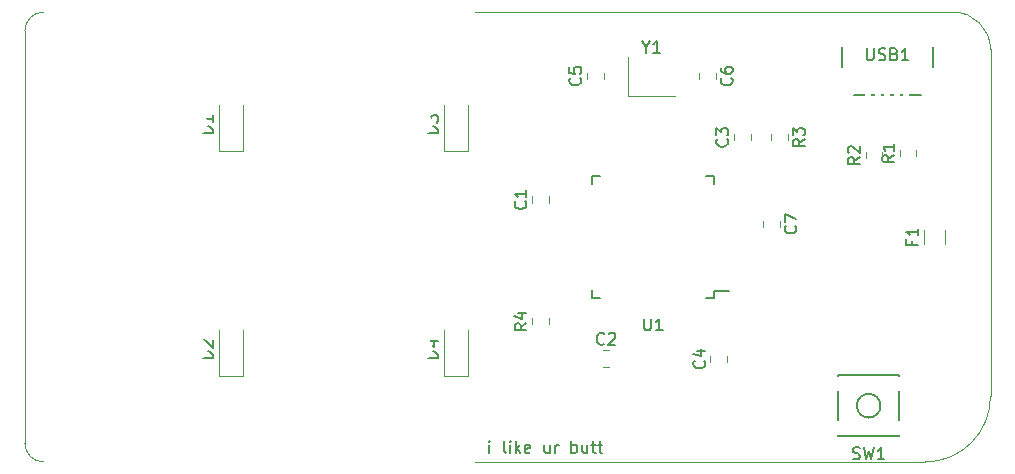
<source format=gto>
G04 #@! TF.GenerationSoftware,KiCad,Pcbnew,(5.1.4)-1*
G04 #@! TF.CreationDate,2022-05-24T18:09:22-07:00*
G04 #@! TF.ProjectId,pcb-keyb-tut,7063622d-6b65-4796-922d-7475742e6b69,rev?*
G04 #@! TF.SameCoordinates,Original*
G04 #@! TF.FileFunction,Legend,Top*
G04 #@! TF.FilePolarity,Positive*
%FSLAX46Y46*%
G04 Gerber Fmt 4.6, Leading zero omitted, Abs format (unit mm)*
G04 Created by KiCad (PCBNEW (5.1.4)-1) date 2022-05-24 18:09:22*
%MOMM*%
%LPD*%
G04 APERTURE LIST*
%ADD10C,0.150000*%
%ADD11C,0.120000*%
%ADD12R,1.502000X1.302000*%
%ADD13C,4.089800*%
%ADD14C,1.852000*%
%ADD15R,1.302000X1.002000*%
%ADD16R,0.602000X2.352000*%
%ADD17O,1.802000X2.802000*%
%ADD18R,1.602000X0.652000*%
%ADD19R,0.652000X1.602000*%
%ADD20R,1.902000X1.202000*%
%ADD21C,0.100000*%
%ADD22C,1.077000*%
%ADD23C,1.352000*%
G04 APERTURE END LIST*
D10*
X97266714Y-150820380D02*
X97266714Y-150153714D01*
X97266714Y-149820380D02*
X97219095Y-149868000D01*
X97266714Y-149915619D01*
X97314333Y-149868000D01*
X97266714Y-149820380D01*
X97266714Y-149915619D01*
X98647666Y-150820380D02*
X98552428Y-150772761D01*
X98504809Y-150677523D01*
X98504809Y-149820380D01*
X99028619Y-150820380D02*
X99028619Y-150153714D01*
X99028619Y-149820380D02*
X98981000Y-149868000D01*
X99028619Y-149915619D01*
X99076238Y-149868000D01*
X99028619Y-149820380D01*
X99028619Y-149915619D01*
X99504809Y-150820380D02*
X99504809Y-149820380D01*
X99600047Y-150439428D02*
X99885761Y-150820380D01*
X99885761Y-150153714D02*
X99504809Y-150534666D01*
X100695285Y-150772761D02*
X100600047Y-150820380D01*
X100409571Y-150820380D01*
X100314333Y-150772761D01*
X100266714Y-150677523D01*
X100266714Y-150296571D01*
X100314333Y-150201333D01*
X100409571Y-150153714D01*
X100600047Y-150153714D01*
X100695285Y-150201333D01*
X100742904Y-150296571D01*
X100742904Y-150391809D01*
X100266714Y-150487047D01*
X102361952Y-150153714D02*
X102361952Y-150820380D01*
X101933380Y-150153714D02*
X101933380Y-150677523D01*
X101981000Y-150772761D01*
X102076238Y-150820380D01*
X102219095Y-150820380D01*
X102314333Y-150772761D01*
X102361952Y-150725142D01*
X102838142Y-150820380D02*
X102838142Y-150153714D01*
X102838142Y-150344190D02*
X102885761Y-150248952D01*
X102933380Y-150201333D01*
X103028619Y-150153714D01*
X103123857Y-150153714D01*
X104219095Y-150820380D02*
X104219095Y-149820380D01*
X104219095Y-150201333D02*
X104314333Y-150153714D01*
X104504809Y-150153714D01*
X104600047Y-150201333D01*
X104647666Y-150248952D01*
X104695285Y-150344190D01*
X104695285Y-150629904D01*
X104647666Y-150725142D01*
X104600047Y-150772761D01*
X104504809Y-150820380D01*
X104314333Y-150820380D01*
X104219095Y-150772761D01*
X105552428Y-150153714D02*
X105552428Y-150820380D01*
X105123857Y-150153714D02*
X105123857Y-150677523D01*
X105171476Y-150772761D01*
X105266714Y-150820380D01*
X105409571Y-150820380D01*
X105504809Y-150772761D01*
X105552428Y-150725142D01*
X105885761Y-150153714D02*
X106266714Y-150153714D01*
X106028619Y-149820380D02*
X106028619Y-150677523D01*
X106076238Y-150772761D01*
X106171476Y-150820380D01*
X106266714Y-150820380D01*
X106457190Y-150153714D02*
X106838142Y-150153714D01*
X106600047Y-149820380D02*
X106600047Y-150677523D01*
X106647666Y-150772761D01*
X106742904Y-150820380D01*
X106838142Y-150820380D01*
D11*
X139700000Y-116681250D02*
X139700000Y-146050000D01*
X139700000Y-146050000D02*
G75*
G02X134143750Y-151606250I-5556250J0D01*
G01*
X96043750Y-151606250D02*
X134143750Y-151606250D01*
X135731250Y-113506250D02*
X136525000Y-113506250D01*
X136525000Y-113506250D02*
G75*
G02X139700000Y-116681250I0J-3175000D01*
G01*
X96043750Y-113506250D02*
X135731250Y-113506250D01*
X57943750Y-115093750D02*
X57943750Y-150018750D01*
X57943750Y-115093750D02*
G75*
G02X59531250Y-113506250I1587500J0D01*
G01*
X59531250Y-151606250D02*
G75*
G02X57943750Y-150018750I0J1587500D01*
G01*
X108998000Y-117285500D02*
X108998000Y-120585500D01*
X108998000Y-120585500D02*
X112998000Y-120585500D01*
X93456250Y-144331250D02*
X93456250Y-140431250D01*
X95456250Y-144331250D02*
X95456250Y-140431250D01*
X93456250Y-144331250D02*
X95456250Y-144331250D01*
X93456250Y-125281250D02*
X93456250Y-121381250D01*
X95456250Y-125281250D02*
X95456250Y-121381250D01*
X93456250Y-125281250D02*
X95456250Y-125281250D01*
X74406250Y-144331250D02*
X74406250Y-140431250D01*
X76406250Y-144331250D02*
X76406250Y-140431250D01*
X74406250Y-144331250D02*
X76406250Y-144331250D01*
X74406250Y-125281250D02*
X74406250Y-121381250D01*
X76406250Y-125281250D02*
X76406250Y-121381250D01*
X74406250Y-125281250D02*
X76406250Y-125281250D01*
D10*
X134818750Y-120543750D02*
X127118750Y-120543750D01*
X127118750Y-115093750D02*
X127118750Y-120543750D01*
X134818750Y-115093750D02*
X134818750Y-120543750D01*
X116300000Y-137731250D02*
X116300000Y-137156250D01*
X105950000Y-137731250D02*
X105950000Y-137056250D01*
X105950000Y-127381250D02*
X105950000Y-128056250D01*
X116300000Y-127381250D02*
X116300000Y-128056250D01*
X116300000Y-137731250D02*
X115625000Y-137731250D01*
X116300000Y-127381250D02*
X115625000Y-127381250D01*
X105950000Y-127381250D02*
X106625000Y-127381250D01*
X105950000Y-137731250D02*
X106625000Y-137731250D01*
X116300000Y-137156250D02*
X117575000Y-137156250D01*
X130381250Y-146843750D02*
G75*
G03X130381250Y-146843750I-1000000J0D01*
G01*
X126781250Y-149443750D02*
X126781250Y-144243750D01*
X131981250Y-149443750D02*
X126781250Y-149443750D01*
X131981250Y-144243750D02*
X131981250Y-149443750D01*
X126781250Y-144243750D02*
X131981250Y-144243750D01*
D11*
X102310000Y-139958578D02*
X102310000Y-139441422D01*
X100890000Y-139958578D02*
X100890000Y-139441422D01*
X121146500Y-123852172D02*
X121146500Y-124369328D01*
X122566500Y-123852172D02*
X122566500Y-124369328D01*
X130535750Y-125893328D02*
X130535750Y-125376172D01*
X129115750Y-125893328D02*
X129115750Y-125376172D01*
X133425000Y-125734578D02*
X133425000Y-125217422D01*
X132005000Y-125734578D02*
X132005000Y-125217422D01*
X135847500Y-133158314D02*
X135847500Y-131954186D01*
X134027500Y-133158314D02*
X134027500Y-131954186D01*
X120448000Y-131186422D02*
X120448000Y-131703578D01*
X121868000Y-131186422D02*
X121868000Y-131703578D01*
X116470500Y-118676922D02*
X116470500Y-119194078D01*
X115050500Y-118676922D02*
X115050500Y-119194078D01*
X105525500Y-119194078D02*
X105525500Y-118676922D01*
X106945500Y-119194078D02*
X106945500Y-118676922D01*
X115971250Y-142616422D02*
X115971250Y-143133578D01*
X117391250Y-142616422D02*
X117391250Y-143133578D01*
X119391500Y-124369328D02*
X119391500Y-123852172D01*
X117971500Y-124369328D02*
X117971500Y-123852172D01*
X106897672Y-143585000D02*
X107414828Y-143585000D01*
X106897672Y-142165000D02*
X107414828Y-142165000D01*
X102310000Y-129639828D02*
X102310000Y-129122672D01*
X100890000Y-129639828D02*
X100890000Y-129122672D01*
D10*
X110521809Y-116461690D02*
X110521809Y-116937880D01*
X110188476Y-115937880D02*
X110521809Y-116461690D01*
X110855142Y-115937880D01*
X111712285Y-116937880D02*
X111140857Y-116937880D01*
X111426571Y-116937880D02*
X111426571Y-115937880D01*
X111331333Y-116080738D01*
X111236095Y-116175976D01*
X111140857Y-116223595D01*
X92908630Y-142819345D02*
X91908630Y-142819345D01*
X91908630Y-142581250D01*
X91956250Y-142438392D01*
X92051488Y-142343154D01*
X92146726Y-142295535D01*
X92337202Y-142247916D01*
X92480059Y-142247916D01*
X92670535Y-142295535D01*
X92765773Y-142343154D01*
X92861011Y-142438392D01*
X92908630Y-142581250D01*
X92908630Y-142819345D01*
X92241964Y-141390773D02*
X92908630Y-141390773D01*
X91861011Y-141628869D02*
X92575297Y-141866964D01*
X92575297Y-141247916D01*
X92908630Y-123769345D02*
X91908630Y-123769345D01*
X91908630Y-123531250D01*
X91956250Y-123388392D01*
X92051488Y-123293154D01*
X92146726Y-123245535D01*
X92337202Y-123197916D01*
X92480059Y-123197916D01*
X92670535Y-123245535D01*
X92765773Y-123293154D01*
X92861011Y-123388392D01*
X92908630Y-123531250D01*
X92908630Y-123769345D01*
X91908630Y-122864583D02*
X91908630Y-122245535D01*
X92289583Y-122578869D01*
X92289583Y-122436011D01*
X92337202Y-122340773D01*
X92384821Y-122293154D01*
X92480059Y-122245535D01*
X92718154Y-122245535D01*
X92813392Y-122293154D01*
X92861011Y-122340773D01*
X92908630Y-122436011D01*
X92908630Y-122721726D01*
X92861011Y-122816964D01*
X92813392Y-122864583D01*
X73858630Y-142819345D02*
X72858630Y-142819345D01*
X72858630Y-142581250D01*
X72906250Y-142438392D01*
X73001488Y-142343154D01*
X73096726Y-142295535D01*
X73287202Y-142247916D01*
X73430059Y-142247916D01*
X73620535Y-142295535D01*
X73715773Y-142343154D01*
X73811011Y-142438392D01*
X73858630Y-142581250D01*
X73858630Y-142819345D01*
X72953869Y-141866964D02*
X72906250Y-141819345D01*
X72858630Y-141724107D01*
X72858630Y-141486011D01*
X72906250Y-141390773D01*
X72953869Y-141343154D01*
X73049107Y-141295535D01*
X73144345Y-141295535D01*
X73287202Y-141343154D01*
X73858630Y-141914583D01*
X73858630Y-141295535D01*
X73858630Y-123769345D02*
X72858630Y-123769345D01*
X72858630Y-123531250D01*
X72906250Y-123388392D01*
X73001488Y-123293154D01*
X73096726Y-123245535D01*
X73287202Y-123197916D01*
X73430059Y-123197916D01*
X73620535Y-123245535D01*
X73715773Y-123293154D01*
X73811011Y-123388392D01*
X73858630Y-123531250D01*
X73858630Y-123769345D01*
X73858630Y-122245535D02*
X73858630Y-122816964D01*
X73858630Y-122531250D02*
X72858630Y-122531250D01*
X73001488Y-122626488D01*
X73096726Y-122721726D01*
X73144345Y-122816964D01*
X129230654Y-116578130D02*
X129230654Y-117387654D01*
X129278273Y-117482892D01*
X129325892Y-117530511D01*
X129421130Y-117578130D01*
X129611607Y-117578130D01*
X129706845Y-117530511D01*
X129754464Y-117482892D01*
X129802083Y-117387654D01*
X129802083Y-116578130D01*
X130230654Y-117530511D02*
X130373511Y-117578130D01*
X130611607Y-117578130D01*
X130706845Y-117530511D01*
X130754464Y-117482892D01*
X130802083Y-117387654D01*
X130802083Y-117292416D01*
X130754464Y-117197178D01*
X130706845Y-117149559D01*
X130611607Y-117101940D01*
X130421130Y-117054321D01*
X130325892Y-117006702D01*
X130278273Y-116959083D01*
X130230654Y-116863845D01*
X130230654Y-116768607D01*
X130278273Y-116673369D01*
X130325892Y-116625750D01*
X130421130Y-116578130D01*
X130659226Y-116578130D01*
X130802083Y-116625750D01*
X131563988Y-117054321D02*
X131706845Y-117101940D01*
X131754464Y-117149559D01*
X131802083Y-117244797D01*
X131802083Y-117387654D01*
X131754464Y-117482892D01*
X131706845Y-117530511D01*
X131611607Y-117578130D01*
X131230654Y-117578130D01*
X131230654Y-116578130D01*
X131563988Y-116578130D01*
X131659226Y-116625750D01*
X131706845Y-116673369D01*
X131754464Y-116768607D01*
X131754464Y-116863845D01*
X131706845Y-116959083D01*
X131659226Y-117006702D01*
X131563988Y-117054321D01*
X131230654Y-117054321D01*
X132754464Y-117578130D02*
X132183035Y-117578130D01*
X132468750Y-117578130D02*
X132468750Y-116578130D01*
X132373511Y-116720988D01*
X132278273Y-116816226D01*
X132183035Y-116863845D01*
X110363095Y-139458630D02*
X110363095Y-140268154D01*
X110410714Y-140363392D01*
X110458333Y-140411011D01*
X110553571Y-140458630D01*
X110744047Y-140458630D01*
X110839285Y-140411011D01*
X110886904Y-140363392D01*
X110934523Y-140268154D01*
X110934523Y-139458630D01*
X111934523Y-140458630D02*
X111363095Y-140458630D01*
X111648809Y-140458630D02*
X111648809Y-139458630D01*
X111553571Y-139601488D01*
X111458333Y-139696726D01*
X111363095Y-139744345D01*
X128047916Y-151312511D02*
X128190773Y-151360130D01*
X128428869Y-151360130D01*
X128524107Y-151312511D01*
X128571726Y-151264892D01*
X128619345Y-151169654D01*
X128619345Y-151074416D01*
X128571726Y-150979178D01*
X128524107Y-150931559D01*
X128428869Y-150883940D01*
X128238392Y-150836321D01*
X128143154Y-150788702D01*
X128095535Y-150741083D01*
X128047916Y-150645845D01*
X128047916Y-150550607D01*
X128095535Y-150455369D01*
X128143154Y-150407750D01*
X128238392Y-150360130D01*
X128476488Y-150360130D01*
X128619345Y-150407750D01*
X128952678Y-150360130D02*
X129190773Y-151360130D01*
X129381250Y-150645845D01*
X129571726Y-151360130D01*
X129809821Y-150360130D01*
X130714583Y-151360130D02*
X130143154Y-151360130D01*
X130428869Y-151360130D02*
X130428869Y-150360130D01*
X130333630Y-150502988D01*
X130238392Y-150598226D01*
X130143154Y-150645845D01*
X100402380Y-139866666D02*
X99926190Y-140200000D01*
X100402380Y-140438095D02*
X99402380Y-140438095D01*
X99402380Y-140057142D01*
X99450000Y-139961904D01*
X99497619Y-139914285D01*
X99592857Y-139866666D01*
X99735714Y-139866666D01*
X99830952Y-139914285D01*
X99878571Y-139961904D01*
X99926190Y-140057142D01*
X99926190Y-140438095D01*
X99735714Y-139009523D02*
X100402380Y-139009523D01*
X99354761Y-139247619D02*
X100069047Y-139485714D01*
X100069047Y-138866666D01*
X123958880Y-124277416D02*
X123482690Y-124610750D01*
X123958880Y-124848845D02*
X122958880Y-124848845D01*
X122958880Y-124467892D01*
X123006500Y-124372654D01*
X123054119Y-124325035D01*
X123149357Y-124277416D01*
X123292214Y-124277416D01*
X123387452Y-124325035D01*
X123435071Y-124372654D01*
X123482690Y-124467892D01*
X123482690Y-124848845D01*
X122958880Y-123944083D02*
X122958880Y-123325035D01*
X123339833Y-123658369D01*
X123339833Y-123515511D01*
X123387452Y-123420273D01*
X123435071Y-123372654D01*
X123530309Y-123325035D01*
X123768404Y-123325035D01*
X123863642Y-123372654D01*
X123911261Y-123420273D01*
X123958880Y-123515511D01*
X123958880Y-123801226D01*
X123911261Y-123896464D01*
X123863642Y-123944083D01*
X128628130Y-125801416D02*
X128151940Y-126134750D01*
X128628130Y-126372845D02*
X127628130Y-126372845D01*
X127628130Y-125991892D01*
X127675750Y-125896654D01*
X127723369Y-125849035D01*
X127818607Y-125801416D01*
X127961464Y-125801416D01*
X128056702Y-125849035D01*
X128104321Y-125896654D01*
X128151940Y-125991892D01*
X128151940Y-126372845D01*
X127723369Y-125420464D02*
X127675750Y-125372845D01*
X127628130Y-125277607D01*
X127628130Y-125039511D01*
X127675750Y-124944273D01*
X127723369Y-124896654D01*
X127818607Y-124849035D01*
X127913845Y-124849035D01*
X128056702Y-124896654D01*
X128628130Y-125468083D01*
X128628130Y-124849035D01*
X131517380Y-125642666D02*
X131041190Y-125976000D01*
X131517380Y-126214095D02*
X130517380Y-126214095D01*
X130517380Y-125833142D01*
X130565000Y-125737904D01*
X130612619Y-125690285D01*
X130707857Y-125642666D01*
X130850714Y-125642666D01*
X130945952Y-125690285D01*
X130993571Y-125737904D01*
X131041190Y-125833142D01*
X131041190Y-126214095D01*
X131517380Y-124690285D02*
X131517380Y-125261714D01*
X131517380Y-124976000D02*
X130517380Y-124976000D01*
X130660238Y-125071238D01*
X130755476Y-125166476D01*
X130803095Y-125261714D01*
X133046071Y-132889583D02*
X133046071Y-133222916D01*
X133569880Y-133222916D02*
X132569880Y-133222916D01*
X132569880Y-132746726D01*
X133569880Y-131841964D02*
X133569880Y-132413392D01*
X133569880Y-132127678D02*
X132569880Y-132127678D01*
X132712738Y-132222916D01*
X132807976Y-132318154D01*
X132855595Y-132413392D01*
X123165142Y-131611666D02*
X123212761Y-131659285D01*
X123260380Y-131802142D01*
X123260380Y-131897380D01*
X123212761Y-132040238D01*
X123117523Y-132135476D01*
X123022285Y-132183095D01*
X122831809Y-132230714D01*
X122688952Y-132230714D01*
X122498476Y-132183095D01*
X122403238Y-132135476D01*
X122308000Y-132040238D01*
X122260380Y-131897380D01*
X122260380Y-131802142D01*
X122308000Y-131659285D01*
X122355619Y-131611666D01*
X122260380Y-131278333D02*
X122260380Y-130611666D01*
X123260380Y-131040238D01*
X117767642Y-119102166D02*
X117815261Y-119149785D01*
X117862880Y-119292642D01*
X117862880Y-119387880D01*
X117815261Y-119530738D01*
X117720023Y-119625976D01*
X117624785Y-119673595D01*
X117434309Y-119721214D01*
X117291452Y-119721214D01*
X117100976Y-119673595D01*
X117005738Y-119625976D01*
X116910500Y-119530738D01*
X116862880Y-119387880D01*
X116862880Y-119292642D01*
X116910500Y-119149785D01*
X116958119Y-119102166D01*
X116862880Y-118245023D02*
X116862880Y-118435500D01*
X116910500Y-118530738D01*
X116958119Y-118578357D01*
X117100976Y-118673595D01*
X117291452Y-118721214D01*
X117672404Y-118721214D01*
X117767642Y-118673595D01*
X117815261Y-118625976D01*
X117862880Y-118530738D01*
X117862880Y-118340261D01*
X117815261Y-118245023D01*
X117767642Y-118197404D01*
X117672404Y-118149785D01*
X117434309Y-118149785D01*
X117339071Y-118197404D01*
X117291452Y-118245023D01*
X117243833Y-118340261D01*
X117243833Y-118530738D01*
X117291452Y-118625976D01*
X117339071Y-118673595D01*
X117434309Y-118721214D01*
X104942642Y-119102166D02*
X104990261Y-119149785D01*
X105037880Y-119292642D01*
X105037880Y-119387880D01*
X104990261Y-119530738D01*
X104895023Y-119625976D01*
X104799785Y-119673595D01*
X104609309Y-119721214D01*
X104466452Y-119721214D01*
X104275976Y-119673595D01*
X104180738Y-119625976D01*
X104085500Y-119530738D01*
X104037880Y-119387880D01*
X104037880Y-119292642D01*
X104085500Y-119149785D01*
X104133119Y-119102166D01*
X104037880Y-118197404D02*
X104037880Y-118673595D01*
X104514071Y-118721214D01*
X104466452Y-118673595D01*
X104418833Y-118578357D01*
X104418833Y-118340261D01*
X104466452Y-118245023D01*
X104514071Y-118197404D01*
X104609309Y-118149785D01*
X104847404Y-118149785D01*
X104942642Y-118197404D01*
X104990261Y-118245023D01*
X105037880Y-118340261D01*
X105037880Y-118578357D01*
X104990261Y-118673595D01*
X104942642Y-118721214D01*
X115450892Y-143041666D02*
X115498511Y-143089285D01*
X115546130Y-143232142D01*
X115546130Y-143327380D01*
X115498511Y-143470238D01*
X115403273Y-143565476D01*
X115308035Y-143613095D01*
X115117559Y-143660714D01*
X114974702Y-143660714D01*
X114784226Y-143613095D01*
X114688988Y-143565476D01*
X114593750Y-143470238D01*
X114546130Y-143327380D01*
X114546130Y-143232142D01*
X114593750Y-143089285D01*
X114641369Y-143041666D01*
X114879464Y-142184523D02*
X115546130Y-142184523D01*
X114498511Y-142422619D02*
X115212797Y-142660714D01*
X115212797Y-142041666D01*
X117388642Y-124277416D02*
X117436261Y-124325035D01*
X117483880Y-124467892D01*
X117483880Y-124563130D01*
X117436261Y-124705988D01*
X117341023Y-124801226D01*
X117245785Y-124848845D01*
X117055309Y-124896464D01*
X116912452Y-124896464D01*
X116721976Y-124848845D01*
X116626738Y-124801226D01*
X116531500Y-124705988D01*
X116483880Y-124563130D01*
X116483880Y-124467892D01*
X116531500Y-124325035D01*
X116579119Y-124277416D01*
X116483880Y-123944083D02*
X116483880Y-123325035D01*
X116864833Y-123658369D01*
X116864833Y-123515511D01*
X116912452Y-123420273D01*
X116960071Y-123372654D01*
X117055309Y-123325035D01*
X117293404Y-123325035D01*
X117388642Y-123372654D01*
X117436261Y-123420273D01*
X117483880Y-123515511D01*
X117483880Y-123801226D01*
X117436261Y-123896464D01*
X117388642Y-123944083D01*
X106989583Y-141582142D02*
X106941964Y-141629761D01*
X106799107Y-141677380D01*
X106703869Y-141677380D01*
X106561011Y-141629761D01*
X106465773Y-141534523D01*
X106418154Y-141439285D01*
X106370535Y-141248809D01*
X106370535Y-141105952D01*
X106418154Y-140915476D01*
X106465773Y-140820238D01*
X106561011Y-140725000D01*
X106703869Y-140677380D01*
X106799107Y-140677380D01*
X106941964Y-140725000D01*
X106989583Y-140772619D01*
X107370535Y-140772619D02*
X107418154Y-140725000D01*
X107513392Y-140677380D01*
X107751488Y-140677380D01*
X107846726Y-140725000D01*
X107894345Y-140772619D01*
X107941964Y-140867857D01*
X107941964Y-140963095D01*
X107894345Y-141105952D01*
X107322916Y-141677380D01*
X107941964Y-141677380D01*
X100307142Y-129547916D02*
X100354761Y-129595535D01*
X100402380Y-129738392D01*
X100402380Y-129833630D01*
X100354761Y-129976488D01*
X100259523Y-130071726D01*
X100164285Y-130119345D01*
X99973809Y-130166964D01*
X99830952Y-130166964D01*
X99640476Y-130119345D01*
X99545238Y-130071726D01*
X99450000Y-129976488D01*
X99402380Y-129833630D01*
X99402380Y-129738392D01*
X99450000Y-129595535D01*
X99497619Y-129547916D01*
X100402380Y-128595535D02*
X100402380Y-129166964D01*
X100402380Y-128881250D02*
X99402380Y-128881250D01*
X99545238Y-128976488D01*
X99640476Y-129071726D01*
X99688095Y-129166964D01*
%LPC*%
D12*
X109898000Y-119785500D03*
X112098000Y-119785500D03*
X112098000Y-118085500D03*
X109898000Y-118085500D03*
D13*
X86527000Y-142041000D03*
D14*
X81447000Y-142041000D03*
X91607000Y-142041000D03*
D13*
X86518750Y-123031250D03*
D14*
X81438750Y-123031250D03*
X91598750Y-123031250D03*
D13*
X67468750Y-142081250D03*
D14*
X62388750Y-142081250D03*
X72548750Y-142081250D03*
D13*
X67468750Y-123031250D03*
D14*
X62388750Y-123031250D03*
X72548750Y-123031250D03*
D15*
X94456250Y-140431250D03*
X94456250Y-143731250D03*
X94456250Y-121381250D03*
X94456250Y-124681250D03*
X75406250Y-140431250D03*
X75406250Y-143731250D03*
X75406250Y-121381250D03*
X75406250Y-124681250D03*
D16*
X129368750Y-119593750D03*
X130168750Y-119593750D03*
X130968750Y-119593750D03*
X131768750Y-119593750D03*
X132568750Y-119593750D03*
D17*
X134618750Y-119593750D03*
X127318750Y-119593750D03*
X127318750Y-115093750D03*
X134618750Y-115093750D03*
D18*
X116825000Y-136556250D03*
X116825000Y-135756250D03*
X116825000Y-134956250D03*
X116825000Y-134156250D03*
X116825000Y-133356250D03*
X116825000Y-132556250D03*
X116825000Y-131756250D03*
X116825000Y-130956250D03*
X116825000Y-130156250D03*
X116825000Y-129356250D03*
X116825000Y-128556250D03*
D19*
X115125000Y-126856250D03*
X114325000Y-126856250D03*
X113525000Y-126856250D03*
X112725000Y-126856250D03*
X111925000Y-126856250D03*
X111125000Y-126856250D03*
X110325000Y-126856250D03*
X109525000Y-126856250D03*
X108725000Y-126856250D03*
X107925000Y-126856250D03*
X107125000Y-126856250D03*
D18*
X105425000Y-128556250D03*
X105425000Y-129356250D03*
X105425000Y-130156250D03*
X105425000Y-130956250D03*
X105425000Y-131756250D03*
X105425000Y-132556250D03*
X105425000Y-133356250D03*
X105425000Y-134156250D03*
X105425000Y-134956250D03*
X105425000Y-135756250D03*
X105425000Y-136556250D03*
D19*
X107125000Y-138256250D03*
X107925000Y-138256250D03*
X108725000Y-138256250D03*
X109525000Y-138256250D03*
X110325000Y-138256250D03*
X111125000Y-138256250D03*
X111925000Y-138256250D03*
X112725000Y-138256250D03*
X113525000Y-138256250D03*
X114325000Y-138256250D03*
X115125000Y-138256250D03*
D20*
X132481250Y-148693750D03*
X126281250Y-144993750D03*
X132481250Y-144993750D03*
X126281250Y-148693750D03*
D21*
G36*
X102108141Y-138225297D02*
G01*
X102134278Y-138229174D01*
X102159909Y-138235594D01*
X102184788Y-138244495D01*
X102208674Y-138255793D01*
X102231337Y-138269377D01*
X102252560Y-138285117D01*
X102272139Y-138302861D01*
X102289883Y-138322440D01*
X102305623Y-138343663D01*
X102319207Y-138366326D01*
X102330505Y-138390212D01*
X102339406Y-138415091D01*
X102345826Y-138440722D01*
X102349703Y-138466859D01*
X102351000Y-138493250D01*
X102351000Y-139031750D01*
X102349703Y-139058141D01*
X102345826Y-139084278D01*
X102339406Y-139109909D01*
X102330505Y-139134788D01*
X102319207Y-139158674D01*
X102305623Y-139181337D01*
X102289883Y-139202560D01*
X102272139Y-139222139D01*
X102252560Y-139239883D01*
X102231337Y-139255623D01*
X102208674Y-139269207D01*
X102184788Y-139280505D01*
X102159909Y-139289406D01*
X102134278Y-139295826D01*
X102108141Y-139299703D01*
X102081750Y-139301000D01*
X101118250Y-139301000D01*
X101091859Y-139299703D01*
X101065722Y-139295826D01*
X101040091Y-139289406D01*
X101015212Y-139280505D01*
X100991326Y-139269207D01*
X100968663Y-139255623D01*
X100947440Y-139239883D01*
X100927861Y-139222139D01*
X100910117Y-139202560D01*
X100894377Y-139181337D01*
X100880793Y-139158674D01*
X100869495Y-139134788D01*
X100860594Y-139109909D01*
X100854174Y-139084278D01*
X100850297Y-139058141D01*
X100849000Y-139031750D01*
X100849000Y-138493250D01*
X100850297Y-138466859D01*
X100854174Y-138440722D01*
X100860594Y-138415091D01*
X100869495Y-138390212D01*
X100880793Y-138366326D01*
X100894377Y-138343663D01*
X100910117Y-138322440D01*
X100927861Y-138302861D01*
X100947440Y-138285117D01*
X100968663Y-138269377D01*
X100991326Y-138255793D01*
X101015212Y-138244495D01*
X101040091Y-138235594D01*
X101065722Y-138229174D01*
X101091859Y-138225297D01*
X101118250Y-138224000D01*
X102081750Y-138224000D01*
X102108141Y-138225297D01*
X102108141Y-138225297D01*
G37*
D22*
X101600000Y-138762500D03*
D21*
G36*
X102108141Y-140100297D02*
G01*
X102134278Y-140104174D01*
X102159909Y-140110594D01*
X102184788Y-140119495D01*
X102208674Y-140130793D01*
X102231337Y-140144377D01*
X102252560Y-140160117D01*
X102272139Y-140177861D01*
X102289883Y-140197440D01*
X102305623Y-140218663D01*
X102319207Y-140241326D01*
X102330505Y-140265212D01*
X102339406Y-140290091D01*
X102345826Y-140315722D01*
X102349703Y-140341859D01*
X102351000Y-140368250D01*
X102351000Y-140906750D01*
X102349703Y-140933141D01*
X102345826Y-140959278D01*
X102339406Y-140984909D01*
X102330505Y-141009788D01*
X102319207Y-141033674D01*
X102305623Y-141056337D01*
X102289883Y-141077560D01*
X102272139Y-141097139D01*
X102252560Y-141114883D01*
X102231337Y-141130623D01*
X102208674Y-141144207D01*
X102184788Y-141155505D01*
X102159909Y-141164406D01*
X102134278Y-141170826D01*
X102108141Y-141174703D01*
X102081750Y-141176000D01*
X101118250Y-141176000D01*
X101091859Y-141174703D01*
X101065722Y-141170826D01*
X101040091Y-141164406D01*
X101015212Y-141155505D01*
X100991326Y-141144207D01*
X100968663Y-141130623D01*
X100947440Y-141114883D01*
X100927861Y-141097139D01*
X100910117Y-141077560D01*
X100894377Y-141056337D01*
X100880793Y-141033674D01*
X100869495Y-141009788D01*
X100860594Y-140984909D01*
X100854174Y-140959278D01*
X100850297Y-140933141D01*
X100849000Y-140906750D01*
X100849000Y-140368250D01*
X100850297Y-140341859D01*
X100854174Y-140315722D01*
X100860594Y-140290091D01*
X100869495Y-140265212D01*
X100880793Y-140241326D01*
X100894377Y-140218663D01*
X100910117Y-140197440D01*
X100927861Y-140177861D01*
X100947440Y-140160117D01*
X100968663Y-140144377D01*
X100991326Y-140130793D01*
X101015212Y-140119495D01*
X101040091Y-140110594D01*
X101065722Y-140104174D01*
X101091859Y-140100297D01*
X101118250Y-140099000D01*
X102081750Y-140099000D01*
X102108141Y-140100297D01*
X102108141Y-140100297D01*
G37*
D22*
X101600000Y-140637500D03*
D21*
G36*
X122364641Y-124511047D02*
G01*
X122390778Y-124514924D01*
X122416409Y-124521344D01*
X122441288Y-124530245D01*
X122465174Y-124541543D01*
X122487837Y-124555127D01*
X122509060Y-124570867D01*
X122528639Y-124588611D01*
X122546383Y-124608190D01*
X122562123Y-124629413D01*
X122575707Y-124652076D01*
X122587005Y-124675962D01*
X122595906Y-124700841D01*
X122602326Y-124726472D01*
X122606203Y-124752609D01*
X122607500Y-124779000D01*
X122607500Y-125317500D01*
X122606203Y-125343891D01*
X122602326Y-125370028D01*
X122595906Y-125395659D01*
X122587005Y-125420538D01*
X122575707Y-125444424D01*
X122562123Y-125467087D01*
X122546383Y-125488310D01*
X122528639Y-125507889D01*
X122509060Y-125525633D01*
X122487837Y-125541373D01*
X122465174Y-125554957D01*
X122441288Y-125566255D01*
X122416409Y-125575156D01*
X122390778Y-125581576D01*
X122364641Y-125585453D01*
X122338250Y-125586750D01*
X121374750Y-125586750D01*
X121348359Y-125585453D01*
X121322222Y-125581576D01*
X121296591Y-125575156D01*
X121271712Y-125566255D01*
X121247826Y-125554957D01*
X121225163Y-125541373D01*
X121203940Y-125525633D01*
X121184361Y-125507889D01*
X121166617Y-125488310D01*
X121150877Y-125467087D01*
X121137293Y-125444424D01*
X121125995Y-125420538D01*
X121117094Y-125395659D01*
X121110674Y-125370028D01*
X121106797Y-125343891D01*
X121105500Y-125317500D01*
X121105500Y-124779000D01*
X121106797Y-124752609D01*
X121110674Y-124726472D01*
X121117094Y-124700841D01*
X121125995Y-124675962D01*
X121137293Y-124652076D01*
X121150877Y-124629413D01*
X121166617Y-124608190D01*
X121184361Y-124588611D01*
X121203940Y-124570867D01*
X121225163Y-124555127D01*
X121247826Y-124541543D01*
X121271712Y-124530245D01*
X121296591Y-124521344D01*
X121322222Y-124514924D01*
X121348359Y-124511047D01*
X121374750Y-124509750D01*
X122338250Y-124509750D01*
X122364641Y-124511047D01*
X122364641Y-124511047D01*
G37*
D22*
X121856500Y-125048250D03*
D21*
G36*
X122364641Y-122636047D02*
G01*
X122390778Y-122639924D01*
X122416409Y-122646344D01*
X122441288Y-122655245D01*
X122465174Y-122666543D01*
X122487837Y-122680127D01*
X122509060Y-122695867D01*
X122528639Y-122713611D01*
X122546383Y-122733190D01*
X122562123Y-122754413D01*
X122575707Y-122777076D01*
X122587005Y-122800962D01*
X122595906Y-122825841D01*
X122602326Y-122851472D01*
X122606203Y-122877609D01*
X122607500Y-122904000D01*
X122607500Y-123442500D01*
X122606203Y-123468891D01*
X122602326Y-123495028D01*
X122595906Y-123520659D01*
X122587005Y-123545538D01*
X122575707Y-123569424D01*
X122562123Y-123592087D01*
X122546383Y-123613310D01*
X122528639Y-123632889D01*
X122509060Y-123650633D01*
X122487837Y-123666373D01*
X122465174Y-123679957D01*
X122441288Y-123691255D01*
X122416409Y-123700156D01*
X122390778Y-123706576D01*
X122364641Y-123710453D01*
X122338250Y-123711750D01*
X121374750Y-123711750D01*
X121348359Y-123710453D01*
X121322222Y-123706576D01*
X121296591Y-123700156D01*
X121271712Y-123691255D01*
X121247826Y-123679957D01*
X121225163Y-123666373D01*
X121203940Y-123650633D01*
X121184361Y-123632889D01*
X121166617Y-123613310D01*
X121150877Y-123592087D01*
X121137293Y-123569424D01*
X121125995Y-123545538D01*
X121117094Y-123520659D01*
X121110674Y-123495028D01*
X121106797Y-123468891D01*
X121105500Y-123442500D01*
X121105500Y-122904000D01*
X121106797Y-122877609D01*
X121110674Y-122851472D01*
X121117094Y-122825841D01*
X121125995Y-122800962D01*
X121137293Y-122777076D01*
X121150877Y-122754413D01*
X121166617Y-122733190D01*
X121184361Y-122713611D01*
X121203940Y-122695867D01*
X121225163Y-122680127D01*
X121247826Y-122666543D01*
X121271712Y-122655245D01*
X121296591Y-122646344D01*
X121322222Y-122639924D01*
X121348359Y-122636047D01*
X121374750Y-122634750D01*
X122338250Y-122634750D01*
X122364641Y-122636047D01*
X122364641Y-122636047D01*
G37*
D22*
X121856500Y-123173250D03*
D21*
G36*
X130333891Y-124160047D02*
G01*
X130360028Y-124163924D01*
X130385659Y-124170344D01*
X130410538Y-124179245D01*
X130434424Y-124190543D01*
X130457087Y-124204127D01*
X130478310Y-124219867D01*
X130497889Y-124237611D01*
X130515633Y-124257190D01*
X130531373Y-124278413D01*
X130544957Y-124301076D01*
X130556255Y-124324962D01*
X130565156Y-124349841D01*
X130571576Y-124375472D01*
X130575453Y-124401609D01*
X130576750Y-124428000D01*
X130576750Y-124966500D01*
X130575453Y-124992891D01*
X130571576Y-125019028D01*
X130565156Y-125044659D01*
X130556255Y-125069538D01*
X130544957Y-125093424D01*
X130531373Y-125116087D01*
X130515633Y-125137310D01*
X130497889Y-125156889D01*
X130478310Y-125174633D01*
X130457087Y-125190373D01*
X130434424Y-125203957D01*
X130410538Y-125215255D01*
X130385659Y-125224156D01*
X130360028Y-125230576D01*
X130333891Y-125234453D01*
X130307500Y-125235750D01*
X129344000Y-125235750D01*
X129317609Y-125234453D01*
X129291472Y-125230576D01*
X129265841Y-125224156D01*
X129240962Y-125215255D01*
X129217076Y-125203957D01*
X129194413Y-125190373D01*
X129173190Y-125174633D01*
X129153611Y-125156889D01*
X129135867Y-125137310D01*
X129120127Y-125116087D01*
X129106543Y-125093424D01*
X129095245Y-125069538D01*
X129086344Y-125044659D01*
X129079924Y-125019028D01*
X129076047Y-124992891D01*
X129074750Y-124966500D01*
X129074750Y-124428000D01*
X129076047Y-124401609D01*
X129079924Y-124375472D01*
X129086344Y-124349841D01*
X129095245Y-124324962D01*
X129106543Y-124301076D01*
X129120127Y-124278413D01*
X129135867Y-124257190D01*
X129153611Y-124237611D01*
X129173190Y-124219867D01*
X129194413Y-124204127D01*
X129217076Y-124190543D01*
X129240962Y-124179245D01*
X129265841Y-124170344D01*
X129291472Y-124163924D01*
X129317609Y-124160047D01*
X129344000Y-124158750D01*
X130307500Y-124158750D01*
X130333891Y-124160047D01*
X130333891Y-124160047D01*
G37*
D22*
X129825750Y-124697250D03*
D21*
G36*
X130333891Y-126035047D02*
G01*
X130360028Y-126038924D01*
X130385659Y-126045344D01*
X130410538Y-126054245D01*
X130434424Y-126065543D01*
X130457087Y-126079127D01*
X130478310Y-126094867D01*
X130497889Y-126112611D01*
X130515633Y-126132190D01*
X130531373Y-126153413D01*
X130544957Y-126176076D01*
X130556255Y-126199962D01*
X130565156Y-126224841D01*
X130571576Y-126250472D01*
X130575453Y-126276609D01*
X130576750Y-126303000D01*
X130576750Y-126841500D01*
X130575453Y-126867891D01*
X130571576Y-126894028D01*
X130565156Y-126919659D01*
X130556255Y-126944538D01*
X130544957Y-126968424D01*
X130531373Y-126991087D01*
X130515633Y-127012310D01*
X130497889Y-127031889D01*
X130478310Y-127049633D01*
X130457087Y-127065373D01*
X130434424Y-127078957D01*
X130410538Y-127090255D01*
X130385659Y-127099156D01*
X130360028Y-127105576D01*
X130333891Y-127109453D01*
X130307500Y-127110750D01*
X129344000Y-127110750D01*
X129317609Y-127109453D01*
X129291472Y-127105576D01*
X129265841Y-127099156D01*
X129240962Y-127090255D01*
X129217076Y-127078957D01*
X129194413Y-127065373D01*
X129173190Y-127049633D01*
X129153611Y-127031889D01*
X129135867Y-127012310D01*
X129120127Y-126991087D01*
X129106543Y-126968424D01*
X129095245Y-126944538D01*
X129086344Y-126919659D01*
X129079924Y-126894028D01*
X129076047Y-126867891D01*
X129074750Y-126841500D01*
X129074750Y-126303000D01*
X129076047Y-126276609D01*
X129079924Y-126250472D01*
X129086344Y-126224841D01*
X129095245Y-126199962D01*
X129106543Y-126176076D01*
X129120127Y-126153413D01*
X129135867Y-126132190D01*
X129153611Y-126112611D01*
X129173190Y-126094867D01*
X129194413Y-126079127D01*
X129217076Y-126065543D01*
X129240962Y-126054245D01*
X129265841Y-126045344D01*
X129291472Y-126038924D01*
X129317609Y-126035047D01*
X129344000Y-126033750D01*
X130307500Y-126033750D01*
X130333891Y-126035047D01*
X130333891Y-126035047D01*
G37*
D22*
X129825750Y-126572250D03*
D21*
G36*
X133223141Y-124001297D02*
G01*
X133249278Y-124005174D01*
X133274909Y-124011594D01*
X133299788Y-124020495D01*
X133323674Y-124031793D01*
X133346337Y-124045377D01*
X133367560Y-124061117D01*
X133387139Y-124078861D01*
X133404883Y-124098440D01*
X133420623Y-124119663D01*
X133434207Y-124142326D01*
X133445505Y-124166212D01*
X133454406Y-124191091D01*
X133460826Y-124216722D01*
X133464703Y-124242859D01*
X133466000Y-124269250D01*
X133466000Y-124807750D01*
X133464703Y-124834141D01*
X133460826Y-124860278D01*
X133454406Y-124885909D01*
X133445505Y-124910788D01*
X133434207Y-124934674D01*
X133420623Y-124957337D01*
X133404883Y-124978560D01*
X133387139Y-124998139D01*
X133367560Y-125015883D01*
X133346337Y-125031623D01*
X133323674Y-125045207D01*
X133299788Y-125056505D01*
X133274909Y-125065406D01*
X133249278Y-125071826D01*
X133223141Y-125075703D01*
X133196750Y-125077000D01*
X132233250Y-125077000D01*
X132206859Y-125075703D01*
X132180722Y-125071826D01*
X132155091Y-125065406D01*
X132130212Y-125056505D01*
X132106326Y-125045207D01*
X132083663Y-125031623D01*
X132062440Y-125015883D01*
X132042861Y-124998139D01*
X132025117Y-124978560D01*
X132009377Y-124957337D01*
X131995793Y-124934674D01*
X131984495Y-124910788D01*
X131975594Y-124885909D01*
X131969174Y-124860278D01*
X131965297Y-124834141D01*
X131964000Y-124807750D01*
X131964000Y-124269250D01*
X131965297Y-124242859D01*
X131969174Y-124216722D01*
X131975594Y-124191091D01*
X131984495Y-124166212D01*
X131995793Y-124142326D01*
X132009377Y-124119663D01*
X132025117Y-124098440D01*
X132042861Y-124078861D01*
X132062440Y-124061117D01*
X132083663Y-124045377D01*
X132106326Y-124031793D01*
X132130212Y-124020495D01*
X132155091Y-124011594D01*
X132180722Y-124005174D01*
X132206859Y-124001297D01*
X132233250Y-124000000D01*
X133196750Y-124000000D01*
X133223141Y-124001297D01*
X133223141Y-124001297D01*
G37*
D22*
X132715000Y-124538500D03*
D21*
G36*
X133223141Y-125876297D02*
G01*
X133249278Y-125880174D01*
X133274909Y-125886594D01*
X133299788Y-125895495D01*
X133323674Y-125906793D01*
X133346337Y-125920377D01*
X133367560Y-125936117D01*
X133387139Y-125953861D01*
X133404883Y-125973440D01*
X133420623Y-125994663D01*
X133434207Y-126017326D01*
X133445505Y-126041212D01*
X133454406Y-126066091D01*
X133460826Y-126091722D01*
X133464703Y-126117859D01*
X133466000Y-126144250D01*
X133466000Y-126682750D01*
X133464703Y-126709141D01*
X133460826Y-126735278D01*
X133454406Y-126760909D01*
X133445505Y-126785788D01*
X133434207Y-126809674D01*
X133420623Y-126832337D01*
X133404883Y-126853560D01*
X133387139Y-126873139D01*
X133367560Y-126890883D01*
X133346337Y-126906623D01*
X133323674Y-126920207D01*
X133299788Y-126931505D01*
X133274909Y-126940406D01*
X133249278Y-126946826D01*
X133223141Y-126950703D01*
X133196750Y-126952000D01*
X132233250Y-126952000D01*
X132206859Y-126950703D01*
X132180722Y-126946826D01*
X132155091Y-126940406D01*
X132130212Y-126931505D01*
X132106326Y-126920207D01*
X132083663Y-126906623D01*
X132062440Y-126890883D01*
X132042861Y-126873139D01*
X132025117Y-126853560D01*
X132009377Y-126832337D01*
X131995793Y-126809674D01*
X131984495Y-126785788D01*
X131975594Y-126760909D01*
X131969174Y-126735278D01*
X131965297Y-126709141D01*
X131964000Y-126682750D01*
X131964000Y-126144250D01*
X131965297Y-126117859D01*
X131969174Y-126091722D01*
X131975594Y-126066091D01*
X131984495Y-126041212D01*
X131995793Y-126017326D01*
X132009377Y-125994663D01*
X132025117Y-125973440D01*
X132042861Y-125953861D01*
X132062440Y-125936117D01*
X132083663Y-125920377D01*
X132106326Y-125906793D01*
X132130212Y-125895495D01*
X132155091Y-125886594D01*
X132180722Y-125880174D01*
X132206859Y-125876297D01*
X132233250Y-125875000D01*
X133196750Y-125875000D01*
X133223141Y-125876297D01*
X133223141Y-125876297D01*
G37*
D22*
X132715000Y-126413500D03*
D21*
G36*
X135619604Y-130481552D02*
G01*
X135645852Y-130485446D01*
X135671593Y-130491893D01*
X135696578Y-130500833D01*
X135720566Y-130512178D01*
X135743326Y-130525821D01*
X135764640Y-130541628D01*
X135784302Y-130559448D01*
X135802122Y-130579110D01*
X135817929Y-130600424D01*
X135831572Y-130623184D01*
X135842917Y-130647172D01*
X135851857Y-130672157D01*
X135858304Y-130697898D01*
X135862198Y-130724146D01*
X135863500Y-130750650D01*
X135863500Y-131561850D01*
X135862198Y-131588354D01*
X135858304Y-131614602D01*
X135851857Y-131640343D01*
X135842917Y-131665328D01*
X135831572Y-131689316D01*
X135817929Y-131712076D01*
X135802122Y-131733390D01*
X135784302Y-131753052D01*
X135764640Y-131770872D01*
X135743326Y-131786679D01*
X135720566Y-131800322D01*
X135696578Y-131811667D01*
X135671593Y-131820607D01*
X135645852Y-131827054D01*
X135619604Y-131830948D01*
X135593100Y-131832250D01*
X134281900Y-131832250D01*
X134255396Y-131830948D01*
X134229148Y-131827054D01*
X134203407Y-131820607D01*
X134178422Y-131811667D01*
X134154434Y-131800322D01*
X134131674Y-131786679D01*
X134110360Y-131770872D01*
X134090698Y-131753052D01*
X134072878Y-131733390D01*
X134057071Y-131712076D01*
X134043428Y-131689316D01*
X134032083Y-131665328D01*
X134023143Y-131640343D01*
X134016696Y-131614602D01*
X134012802Y-131588354D01*
X134011500Y-131561850D01*
X134011500Y-130750650D01*
X134012802Y-130724146D01*
X134016696Y-130697898D01*
X134023143Y-130672157D01*
X134032083Y-130647172D01*
X134043428Y-130623184D01*
X134057071Y-130600424D01*
X134072878Y-130579110D01*
X134090698Y-130559448D01*
X134110360Y-130541628D01*
X134131674Y-130525821D01*
X134154434Y-130512178D01*
X134178422Y-130500833D01*
X134203407Y-130491893D01*
X134229148Y-130485446D01*
X134255396Y-130481552D01*
X134281900Y-130480250D01*
X135593100Y-130480250D01*
X135619604Y-130481552D01*
X135619604Y-130481552D01*
G37*
D23*
X134937500Y-131156250D03*
D21*
G36*
X135619604Y-133281552D02*
G01*
X135645852Y-133285446D01*
X135671593Y-133291893D01*
X135696578Y-133300833D01*
X135720566Y-133312178D01*
X135743326Y-133325821D01*
X135764640Y-133341628D01*
X135784302Y-133359448D01*
X135802122Y-133379110D01*
X135817929Y-133400424D01*
X135831572Y-133423184D01*
X135842917Y-133447172D01*
X135851857Y-133472157D01*
X135858304Y-133497898D01*
X135862198Y-133524146D01*
X135863500Y-133550650D01*
X135863500Y-134361850D01*
X135862198Y-134388354D01*
X135858304Y-134414602D01*
X135851857Y-134440343D01*
X135842917Y-134465328D01*
X135831572Y-134489316D01*
X135817929Y-134512076D01*
X135802122Y-134533390D01*
X135784302Y-134553052D01*
X135764640Y-134570872D01*
X135743326Y-134586679D01*
X135720566Y-134600322D01*
X135696578Y-134611667D01*
X135671593Y-134620607D01*
X135645852Y-134627054D01*
X135619604Y-134630948D01*
X135593100Y-134632250D01*
X134281900Y-134632250D01*
X134255396Y-134630948D01*
X134229148Y-134627054D01*
X134203407Y-134620607D01*
X134178422Y-134611667D01*
X134154434Y-134600322D01*
X134131674Y-134586679D01*
X134110360Y-134570872D01*
X134090698Y-134553052D01*
X134072878Y-134533390D01*
X134057071Y-134512076D01*
X134043428Y-134489316D01*
X134032083Y-134465328D01*
X134023143Y-134440343D01*
X134016696Y-134414602D01*
X134012802Y-134388354D01*
X134011500Y-134361850D01*
X134011500Y-133550650D01*
X134012802Y-133524146D01*
X134016696Y-133497898D01*
X134023143Y-133472157D01*
X134032083Y-133447172D01*
X134043428Y-133423184D01*
X134057071Y-133400424D01*
X134072878Y-133379110D01*
X134090698Y-133359448D01*
X134110360Y-133341628D01*
X134131674Y-133325821D01*
X134154434Y-133312178D01*
X134178422Y-133300833D01*
X134203407Y-133291893D01*
X134229148Y-133285446D01*
X134255396Y-133281552D01*
X134281900Y-133280250D01*
X135593100Y-133280250D01*
X135619604Y-133281552D01*
X135619604Y-133281552D01*
G37*
D23*
X134937500Y-133956250D03*
D21*
G36*
X121666141Y-131845297D02*
G01*
X121692278Y-131849174D01*
X121717909Y-131855594D01*
X121742788Y-131864495D01*
X121766674Y-131875793D01*
X121789337Y-131889377D01*
X121810560Y-131905117D01*
X121830139Y-131922861D01*
X121847883Y-131942440D01*
X121863623Y-131963663D01*
X121877207Y-131986326D01*
X121888505Y-132010212D01*
X121897406Y-132035091D01*
X121903826Y-132060722D01*
X121907703Y-132086859D01*
X121909000Y-132113250D01*
X121909000Y-132651750D01*
X121907703Y-132678141D01*
X121903826Y-132704278D01*
X121897406Y-132729909D01*
X121888505Y-132754788D01*
X121877207Y-132778674D01*
X121863623Y-132801337D01*
X121847883Y-132822560D01*
X121830139Y-132842139D01*
X121810560Y-132859883D01*
X121789337Y-132875623D01*
X121766674Y-132889207D01*
X121742788Y-132900505D01*
X121717909Y-132909406D01*
X121692278Y-132915826D01*
X121666141Y-132919703D01*
X121639750Y-132921000D01*
X120676250Y-132921000D01*
X120649859Y-132919703D01*
X120623722Y-132915826D01*
X120598091Y-132909406D01*
X120573212Y-132900505D01*
X120549326Y-132889207D01*
X120526663Y-132875623D01*
X120505440Y-132859883D01*
X120485861Y-132842139D01*
X120468117Y-132822560D01*
X120452377Y-132801337D01*
X120438793Y-132778674D01*
X120427495Y-132754788D01*
X120418594Y-132729909D01*
X120412174Y-132704278D01*
X120408297Y-132678141D01*
X120407000Y-132651750D01*
X120407000Y-132113250D01*
X120408297Y-132086859D01*
X120412174Y-132060722D01*
X120418594Y-132035091D01*
X120427495Y-132010212D01*
X120438793Y-131986326D01*
X120452377Y-131963663D01*
X120468117Y-131942440D01*
X120485861Y-131922861D01*
X120505440Y-131905117D01*
X120526663Y-131889377D01*
X120549326Y-131875793D01*
X120573212Y-131864495D01*
X120598091Y-131855594D01*
X120623722Y-131849174D01*
X120649859Y-131845297D01*
X120676250Y-131844000D01*
X121639750Y-131844000D01*
X121666141Y-131845297D01*
X121666141Y-131845297D01*
G37*
D22*
X121158000Y-132382500D03*
D21*
G36*
X121666141Y-129970297D02*
G01*
X121692278Y-129974174D01*
X121717909Y-129980594D01*
X121742788Y-129989495D01*
X121766674Y-130000793D01*
X121789337Y-130014377D01*
X121810560Y-130030117D01*
X121830139Y-130047861D01*
X121847883Y-130067440D01*
X121863623Y-130088663D01*
X121877207Y-130111326D01*
X121888505Y-130135212D01*
X121897406Y-130160091D01*
X121903826Y-130185722D01*
X121907703Y-130211859D01*
X121909000Y-130238250D01*
X121909000Y-130776750D01*
X121907703Y-130803141D01*
X121903826Y-130829278D01*
X121897406Y-130854909D01*
X121888505Y-130879788D01*
X121877207Y-130903674D01*
X121863623Y-130926337D01*
X121847883Y-130947560D01*
X121830139Y-130967139D01*
X121810560Y-130984883D01*
X121789337Y-131000623D01*
X121766674Y-131014207D01*
X121742788Y-131025505D01*
X121717909Y-131034406D01*
X121692278Y-131040826D01*
X121666141Y-131044703D01*
X121639750Y-131046000D01*
X120676250Y-131046000D01*
X120649859Y-131044703D01*
X120623722Y-131040826D01*
X120598091Y-131034406D01*
X120573212Y-131025505D01*
X120549326Y-131014207D01*
X120526663Y-131000623D01*
X120505440Y-130984883D01*
X120485861Y-130967139D01*
X120468117Y-130947560D01*
X120452377Y-130926337D01*
X120438793Y-130903674D01*
X120427495Y-130879788D01*
X120418594Y-130854909D01*
X120412174Y-130829278D01*
X120408297Y-130803141D01*
X120407000Y-130776750D01*
X120407000Y-130238250D01*
X120408297Y-130211859D01*
X120412174Y-130185722D01*
X120418594Y-130160091D01*
X120427495Y-130135212D01*
X120438793Y-130111326D01*
X120452377Y-130088663D01*
X120468117Y-130067440D01*
X120485861Y-130047861D01*
X120505440Y-130030117D01*
X120526663Y-130014377D01*
X120549326Y-130000793D01*
X120573212Y-129989495D01*
X120598091Y-129980594D01*
X120623722Y-129974174D01*
X120649859Y-129970297D01*
X120676250Y-129969000D01*
X121639750Y-129969000D01*
X121666141Y-129970297D01*
X121666141Y-129970297D01*
G37*
D22*
X121158000Y-130507500D03*
D21*
G36*
X116268641Y-117460797D02*
G01*
X116294778Y-117464674D01*
X116320409Y-117471094D01*
X116345288Y-117479995D01*
X116369174Y-117491293D01*
X116391837Y-117504877D01*
X116413060Y-117520617D01*
X116432639Y-117538361D01*
X116450383Y-117557940D01*
X116466123Y-117579163D01*
X116479707Y-117601826D01*
X116491005Y-117625712D01*
X116499906Y-117650591D01*
X116506326Y-117676222D01*
X116510203Y-117702359D01*
X116511500Y-117728750D01*
X116511500Y-118267250D01*
X116510203Y-118293641D01*
X116506326Y-118319778D01*
X116499906Y-118345409D01*
X116491005Y-118370288D01*
X116479707Y-118394174D01*
X116466123Y-118416837D01*
X116450383Y-118438060D01*
X116432639Y-118457639D01*
X116413060Y-118475383D01*
X116391837Y-118491123D01*
X116369174Y-118504707D01*
X116345288Y-118516005D01*
X116320409Y-118524906D01*
X116294778Y-118531326D01*
X116268641Y-118535203D01*
X116242250Y-118536500D01*
X115278750Y-118536500D01*
X115252359Y-118535203D01*
X115226222Y-118531326D01*
X115200591Y-118524906D01*
X115175712Y-118516005D01*
X115151826Y-118504707D01*
X115129163Y-118491123D01*
X115107940Y-118475383D01*
X115088361Y-118457639D01*
X115070617Y-118438060D01*
X115054877Y-118416837D01*
X115041293Y-118394174D01*
X115029995Y-118370288D01*
X115021094Y-118345409D01*
X115014674Y-118319778D01*
X115010797Y-118293641D01*
X115009500Y-118267250D01*
X115009500Y-117728750D01*
X115010797Y-117702359D01*
X115014674Y-117676222D01*
X115021094Y-117650591D01*
X115029995Y-117625712D01*
X115041293Y-117601826D01*
X115054877Y-117579163D01*
X115070617Y-117557940D01*
X115088361Y-117538361D01*
X115107940Y-117520617D01*
X115129163Y-117504877D01*
X115151826Y-117491293D01*
X115175712Y-117479995D01*
X115200591Y-117471094D01*
X115226222Y-117464674D01*
X115252359Y-117460797D01*
X115278750Y-117459500D01*
X116242250Y-117459500D01*
X116268641Y-117460797D01*
X116268641Y-117460797D01*
G37*
D22*
X115760500Y-117998000D03*
D21*
G36*
X116268641Y-119335797D02*
G01*
X116294778Y-119339674D01*
X116320409Y-119346094D01*
X116345288Y-119354995D01*
X116369174Y-119366293D01*
X116391837Y-119379877D01*
X116413060Y-119395617D01*
X116432639Y-119413361D01*
X116450383Y-119432940D01*
X116466123Y-119454163D01*
X116479707Y-119476826D01*
X116491005Y-119500712D01*
X116499906Y-119525591D01*
X116506326Y-119551222D01*
X116510203Y-119577359D01*
X116511500Y-119603750D01*
X116511500Y-120142250D01*
X116510203Y-120168641D01*
X116506326Y-120194778D01*
X116499906Y-120220409D01*
X116491005Y-120245288D01*
X116479707Y-120269174D01*
X116466123Y-120291837D01*
X116450383Y-120313060D01*
X116432639Y-120332639D01*
X116413060Y-120350383D01*
X116391837Y-120366123D01*
X116369174Y-120379707D01*
X116345288Y-120391005D01*
X116320409Y-120399906D01*
X116294778Y-120406326D01*
X116268641Y-120410203D01*
X116242250Y-120411500D01*
X115278750Y-120411500D01*
X115252359Y-120410203D01*
X115226222Y-120406326D01*
X115200591Y-120399906D01*
X115175712Y-120391005D01*
X115151826Y-120379707D01*
X115129163Y-120366123D01*
X115107940Y-120350383D01*
X115088361Y-120332639D01*
X115070617Y-120313060D01*
X115054877Y-120291837D01*
X115041293Y-120269174D01*
X115029995Y-120245288D01*
X115021094Y-120220409D01*
X115014674Y-120194778D01*
X115010797Y-120168641D01*
X115009500Y-120142250D01*
X115009500Y-119603750D01*
X115010797Y-119577359D01*
X115014674Y-119551222D01*
X115021094Y-119525591D01*
X115029995Y-119500712D01*
X115041293Y-119476826D01*
X115054877Y-119454163D01*
X115070617Y-119432940D01*
X115088361Y-119413361D01*
X115107940Y-119395617D01*
X115129163Y-119379877D01*
X115151826Y-119366293D01*
X115175712Y-119354995D01*
X115200591Y-119346094D01*
X115226222Y-119339674D01*
X115252359Y-119335797D01*
X115278750Y-119334500D01*
X116242250Y-119334500D01*
X116268641Y-119335797D01*
X116268641Y-119335797D01*
G37*
D22*
X115760500Y-119873000D03*
D21*
G36*
X106743641Y-119335797D02*
G01*
X106769778Y-119339674D01*
X106795409Y-119346094D01*
X106820288Y-119354995D01*
X106844174Y-119366293D01*
X106866837Y-119379877D01*
X106888060Y-119395617D01*
X106907639Y-119413361D01*
X106925383Y-119432940D01*
X106941123Y-119454163D01*
X106954707Y-119476826D01*
X106966005Y-119500712D01*
X106974906Y-119525591D01*
X106981326Y-119551222D01*
X106985203Y-119577359D01*
X106986500Y-119603750D01*
X106986500Y-120142250D01*
X106985203Y-120168641D01*
X106981326Y-120194778D01*
X106974906Y-120220409D01*
X106966005Y-120245288D01*
X106954707Y-120269174D01*
X106941123Y-120291837D01*
X106925383Y-120313060D01*
X106907639Y-120332639D01*
X106888060Y-120350383D01*
X106866837Y-120366123D01*
X106844174Y-120379707D01*
X106820288Y-120391005D01*
X106795409Y-120399906D01*
X106769778Y-120406326D01*
X106743641Y-120410203D01*
X106717250Y-120411500D01*
X105753750Y-120411500D01*
X105727359Y-120410203D01*
X105701222Y-120406326D01*
X105675591Y-120399906D01*
X105650712Y-120391005D01*
X105626826Y-120379707D01*
X105604163Y-120366123D01*
X105582940Y-120350383D01*
X105563361Y-120332639D01*
X105545617Y-120313060D01*
X105529877Y-120291837D01*
X105516293Y-120269174D01*
X105504995Y-120245288D01*
X105496094Y-120220409D01*
X105489674Y-120194778D01*
X105485797Y-120168641D01*
X105484500Y-120142250D01*
X105484500Y-119603750D01*
X105485797Y-119577359D01*
X105489674Y-119551222D01*
X105496094Y-119525591D01*
X105504995Y-119500712D01*
X105516293Y-119476826D01*
X105529877Y-119454163D01*
X105545617Y-119432940D01*
X105563361Y-119413361D01*
X105582940Y-119395617D01*
X105604163Y-119379877D01*
X105626826Y-119366293D01*
X105650712Y-119354995D01*
X105675591Y-119346094D01*
X105701222Y-119339674D01*
X105727359Y-119335797D01*
X105753750Y-119334500D01*
X106717250Y-119334500D01*
X106743641Y-119335797D01*
X106743641Y-119335797D01*
G37*
D22*
X106235500Y-119873000D03*
D21*
G36*
X106743641Y-117460797D02*
G01*
X106769778Y-117464674D01*
X106795409Y-117471094D01*
X106820288Y-117479995D01*
X106844174Y-117491293D01*
X106866837Y-117504877D01*
X106888060Y-117520617D01*
X106907639Y-117538361D01*
X106925383Y-117557940D01*
X106941123Y-117579163D01*
X106954707Y-117601826D01*
X106966005Y-117625712D01*
X106974906Y-117650591D01*
X106981326Y-117676222D01*
X106985203Y-117702359D01*
X106986500Y-117728750D01*
X106986500Y-118267250D01*
X106985203Y-118293641D01*
X106981326Y-118319778D01*
X106974906Y-118345409D01*
X106966005Y-118370288D01*
X106954707Y-118394174D01*
X106941123Y-118416837D01*
X106925383Y-118438060D01*
X106907639Y-118457639D01*
X106888060Y-118475383D01*
X106866837Y-118491123D01*
X106844174Y-118504707D01*
X106820288Y-118516005D01*
X106795409Y-118524906D01*
X106769778Y-118531326D01*
X106743641Y-118535203D01*
X106717250Y-118536500D01*
X105753750Y-118536500D01*
X105727359Y-118535203D01*
X105701222Y-118531326D01*
X105675591Y-118524906D01*
X105650712Y-118516005D01*
X105626826Y-118504707D01*
X105604163Y-118491123D01*
X105582940Y-118475383D01*
X105563361Y-118457639D01*
X105545617Y-118438060D01*
X105529877Y-118416837D01*
X105516293Y-118394174D01*
X105504995Y-118370288D01*
X105496094Y-118345409D01*
X105489674Y-118319778D01*
X105485797Y-118293641D01*
X105484500Y-118267250D01*
X105484500Y-117728750D01*
X105485797Y-117702359D01*
X105489674Y-117676222D01*
X105496094Y-117650591D01*
X105504995Y-117625712D01*
X105516293Y-117601826D01*
X105529877Y-117579163D01*
X105545617Y-117557940D01*
X105563361Y-117538361D01*
X105582940Y-117520617D01*
X105604163Y-117504877D01*
X105626826Y-117491293D01*
X105650712Y-117479995D01*
X105675591Y-117471094D01*
X105701222Y-117464674D01*
X105727359Y-117460797D01*
X105753750Y-117459500D01*
X106717250Y-117459500D01*
X106743641Y-117460797D01*
X106743641Y-117460797D01*
G37*
D22*
X106235500Y-117998000D03*
D21*
G36*
X117189391Y-143275297D02*
G01*
X117215528Y-143279174D01*
X117241159Y-143285594D01*
X117266038Y-143294495D01*
X117289924Y-143305793D01*
X117312587Y-143319377D01*
X117333810Y-143335117D01*
X117353389Y-143352861D01*
X117371133Y-143372440D01*
X117386873Y-143393663D01*
X117400457Y-143416326D01*
X117411755Y-143440212D01*
X117420656Y-143465091D01*
X117427076Y-143490722D01*
X117430953Y-143516859D01*
X117432250Y-143543250D01*
X117432250Y-144081750D01*
X117430953Y-144108141D01*
X117427076Y-144134278D01*
X117420656Y-144159909D01*
X117411755Y-144184788D01*
X117400457Y-144208674D01*
X117386873Y-144231337D01*
X117371133Y-144252560D01*
X117353389Y-144272139D01*
X117333810Y-144289883D01*
X117312587Y-144305623D01*
X117289924Y-144319207D01*
X117266038Y-144330505D01*
X117241159Y-144339406D01*
X117215528Y-144345826D01*
X117189391Y-144349703D01*
X117163000Y-144351000D01*
X116199500Y-144351000D01*
X116173109Y-144349703D01*
X116146972Y-144345826D01*
X116121341Y-144339406D01*
X116096462Y-144330505D01*
X116072576Y-144319207D01*
X116049913Y-144305623D01*
X116028690Y-144289883D01*
X116009111Y-144272139D01*
X115991367Y-144252560D01*
X115975627Y-144231337D01*
X115962043Y-144208674D01*
X115950745Y-144184788D01*
X115941844Y-144159909D01*
X115935424Y-144134278D01*
X115931547Y-144108141D01*
X115930250Y-144081750D01*
X115930250Y-143543250D01*
X115931547Y-143516859D01*
X115935424Y-143490722D01*
X115941844Y-143465091D01*
X115950745Y-143440212D01*
X115962043Y-143416326D01*
X115975627Y-143393663D01*
X115991367Y-143372440D01*
X116009111Y-143352861D01*
X116028690Y-143335117D01*
X116049913Y-143319377D01*
X116072576Y-143305793D01*
X116096462Y-143294495D01*
X116121341Y-143285594D01*
X116146972Y-143279174D01*
X116173109Y-143275297D01*
X116199500Y-143274000D01*
X117163000Y-143274000D01*
X117189391Y-143275297D01*
X117189391Y-143275297D01*
G37*
D22*
X116681250Y-143812500D03*
D21*
G36*
X117189391Y-141400297D02*
G01*
X117215528Y-141404174D01*
X117241159Y-141410594D01*
X117266038Y-141419495D01*
X117289924Y-141430793D01*
X117312587Y-141444377D01*
X117333810Y-141460117D01*
X117353389Y-141477861D01*
X117371133Y-141497440D01*
X117386873Y-141518663D01*
X117400457Y-141541326D01*
X117411755Y-141565212D01*
X117420656Y-141590091D01*
X117427076Y-141615722D01*
X117430953Y-141641859D01*
X117432250Y-141668250D01*
X117432250Y-142206750D01*
X117430953Y-142233141D01*
X117427076Y-142259278D01*
X117420656Y-142284909D01*
X117411755Y-142309788D01*
X117400457Y-142333674D01*
X117386873Y-142356337D01*
X117371133Y-142377560D01*
X117353389Y-142397139D01*
X117333810Y-142414883D01*
X117312587Y-142430623D01*
X117289924Y-142444207D01*
X117266038Y-142455505D01*
X117241159Y-142464406D01*
X117215528Y-142470826D01*
X117189391Y-142474703D01*
X117163000Y-142476000D01*
X116199500Y-142476000D01*
X116173109Y-142474703D01*
X116146972Y-142470826D01*
X116121341Y-142464406D01*
X116096462Y-142455505D01*
X116072576Y-142444207D01*
X116049913Y-142430623D01*
X116028690Y-142414883D01*
X116009111Y-142397139D01*
X115991367Y-142377560D01*
X115975627Y-142356337D01*
X115962043Y-142333674D01*
X115950745Y-142309788D01*
X115941844Y-142284909D01*
X115935424Y-142259278D01*
X115931547Y-142233141D01*
X115930250Y-142206750D01*
X115930250Y-141668250D01*
X115931547Y-141641859D01*
X115935424Y-141615722D01*
X115941844Y-141590091D01*
X115950745Y-141565212D01*
X115962043Y-141541326D01*
X115975627Y-141518663D01*
X115991367Y-141497440D01*
X116009111Y-141477861D01*
X116028690Y-141460117D01*
X116049913Y-141444377D01*
X116072576Y-141430793D01*
X116096462Y-141419495D01*
X116121341Y-141410594D01*
X116146972Y-141404174D01*
X116173109Y-141400297D01*
X116199500Y-141399000D01*
X117163000Y-141399000D01*
X117189391Y-141400297D01*
X117189391Y-141400297D01*
G37*
D22*
X116681250Y-141937500D03*
D21*
G36*
X119189641Y-122636047D02*
G01*
X119215778Y-122639924D01*
X119241409Y-122646344D01*
X119266288Y-122655245D01*
X119290174Y-122666543D01*
X119312837Y-122680127D01*
X119334060Y-122695867D01*
X119353639Y-122713611D01*
X119371383Y-122733190D01*
X119387123Y-122754413D01*
X119400707Y-122777076D01*
X119412005Y-122800962D01*
X119420906Y-122825841D01*
X119427326Y-122851472D01*
X119431203Y-122877609D01*
X119432500Y-122904000D01*
X119432500Y-123442500D01*
X119431203Y-123468891D01*
X119427326Y-123495028D01*
X119420906Y-123520659D01*
X119412005Y-123545538D01*
X119400707Y-123569424D01*
X119387123Y-123592087D01*
X119371383Y-123613310D01*
X119353639Y-123632889D01*
X119334060Y-123650633D01*
X119312837Y-123666373D01*
X119290174Y-123679957D01*
X119266288Y-123691255D01*
X119241409Y-123700156D01*
X119215778Y-123706576D01*
X119189641Y-123710453D01*
X119163250Y-123711750D01*
X118199750Y-123711750D01*
X118173359Y-123710453D01*
X118147222Y-123706576D01*
X118121591Y-123700156D01*
X118096712Y-123691255D01*
X118072826Y-123679957D01*
X118050163Y-123666373D01*
X118028940Y-123650633D01*
X118009361Y-123632889D01*
X117991617Y-123613310D01*
X117975877Y-123592087D01*
X117962293Y-123569424D01*
X117950995Y-123545538D01*
X117942094Y-123520659D01*
X117935674Y-123495028D01*
X117931797Y-123468891D01*
X117930500Y-123442500D01*
X117930500Y-122904000D01*
X117931797Y-122877609D01*
X117935674Y-122851472D01*
X117942094Y-122825841D01*
X117950995Y-122800962D01*
X117962293Y-122777076D01*
X117975877Y-122754413D01*
X117991617Y-122733190D01*
X118009361Y-122713611D01*
X118028940Y-122695867D01*
X118050163Y-122680127D01*
X118072826Y-122666543D01*
X118096712Y-122655245D01*
X118121591Y-122646344D01*
X118147222Y-122639924D01*
X118173359Y-122636047D01*
X118199750Y-122634750D01*
X119163250Y-122634750D01*
X119189641Y-122636047D01*
X119189641Y-122636047D01*
G37*
D22*
X118681500Y-123173250D03*
D21*
G36*
X119189641Y-124511047D02*
G01*
X119215778Y-124514924D01*
X119241409Y-124521344D01*
X119266288Y-124530245D01*
X119290174Y-124541543D01*
X119312837Y-124555127D01*
X119334060Y-124570867D01*
X119353639Y-124588611D01*
X119371383Y-124608190D01*
X119387123Y-124629413D01*
X119400707Y-124652076D01*
X119412005Y-124675962D01*
X119420906Y-124700841D01*
X119427326Y-124726472D01*
X119431203Y-124752609D01*
X119432500Y-124779000D01*
X119432500Y-125317500D01*
X119431203Y-125343891D01*
X119427326Y-125370028D01*
X119420906Y-125395659D01*
X119412005Y-125420538D01*
X119400707Y-125444424D01*
X119387123Y-125467087D01*
X119371383Y-125488310D01*
X119353639Y-125507889D01*
X119334060Y-125525633D01*
X119312837Y-125541373D01*
X119290174Y-125554957D01*
X119266288Y-125566255D01*
X119241409Y-125575156D01*
X119215778Y-125581576D01*
X119189641Y-125585453D01*
X119163250Y-125586750D01*
X118199750Y-125586750D01*
X118173359Y-125585453D01*
X118147222Y-125581576D01*
X118121591Y-125575156D01*
X118096712Y-125566255D01*
X118072826Y-125554957D01*
X118050163Y-125541373D01*
X118028940Y-125525633D01*
X118009361Y-125507889D01*
X117991617Y-125488310D01*
X117975877Y-125467087D01*
X117962293Y-125444424D01*
X117950995Y-125420538D01*
X117942094Y-125395659D01*
X117935674Y-125370028D01*
X117931797Y-125343891D01*
X117930500Y-125317500D01*
X117930500Y-124779000D01*
X117931797Y-124752609D01*
X117935674Y-124726472D01*
X117942094Y-124700841D01*
X117950995Y-124675962D01*
X117962293Y-124652076D01*
X117975877Y-124629413D01*
X117991617Y-124608190D01*
X118009361Y-124588611D01*
X118028940Y-124570867D01*
X118050163Y-124555127D01*
X118072826Y-124541543D01*
X118096712Y-124530245D01*
X118121591Y-124521344D01*
X118147222Y-124514924D01*
X118173359Y-124511047D01*
X118199750Y-124509750D01*
X119163250Y-124509750D01*
X119189641Y-124511047D01*
X119189641Y-124511047D01*
G37*
D22*
X118681500Y-125048250D03*
D21*
G36*
X108389391Y-142125297D02*
G01*
X108415528Y-142129174D01*
X108441159Y-142135594D01*
X108466038Y-142144495D01*
X108489924Y-142155793D01*
X108512587Y-142169377D01*
X108533810Y-142185117D01*
X108553389Y-142202861D01*
X108571133Y-142222440D01*
X108586873Y-142243663D01*
X108600457Y-142266326D01*
X108611755Y-142290212D01*
X108620656Y-142315091D01*
X108627076Y-142340722D01*
X108630953Y-142366859D01*
X108632250Y-142393250D01*
X108632250Y-143356750D01*
X108630953Y-143383141D01*
X108627076Y-143409278D01*
X108620656Y-143434909D01*
X108611755Y-143459788D01*
X108600457Y-143483674D01*
X108586873Y-143506337D01*
X108571133Y-143527560D01*
X108553389Y-143547139D01*
X108533810Y-143564883D01*
X108512587Y-143580623D01*
X108489924Y-143594207D01*
X108466038Y-143605505D01*
X108441159Y-143614406D01*
X108415528Y-143620826D01*
X108389391Y-143624703D01*
X108363000Y-143626000D01*
X107824500Y-143626000D01*
X107798109Y-143624703D01*
X107771972Y-143620826D01*
X107746341Y-143614406D01*
X107721462Y-143605505D01*
X107697576Y-143594207D01*
X107674913Y-143580623D01*
X107653690Y-143564883D01*
X107634111Y-143547139D01*
X107616367Y-143527560D01*
X107600627Y-143506337D01*
X107587043Y-143483674D01*
X107575745Y-143459788D01*
X107566844Y-143434909D01*
X107560424Y-143409278D01*
X107556547Y-143383141D01*
X107555250Y-143356750D01*
X107555250Y-142393250D01*
X107556547Y-142366859D01*
X107560424Y-142340722D01*
X107566844Y-142315091D01*
X107575745Y-142290212D01*
X107587043Y-142266326D01*
X107600627Y-142243663D01*
X107616367Y-142222440D01*
X107634111Y-142202861D01*
X107653690Y-142185117D01*
X107674913Y-142169377D01*
X107697576Y-142155793D01*
X107721462Y-142144495D01*
X107746341Y-142135594D01*
X107771972Y-142129174D01*
X107798109Y-142125297D01*
X107824500Y-142124000D01*
X108363000Y-142124000D01*
X108389391Y-142125297D01*
X108389391Y-142125297D01*
G37*
D22*
X108093750Y-142875000D03*
D21*
G36*
X106514391Y-142125297D02*
G01*
X106540528Y-142129174D01*
X106566159Y-142135594D01*
X106591038Y-142144495D01*
X106614924Y-142155793D01*
X106637587Y-142169377D01*
X106658810Y-142185117D01*
X106678389Y-142202861D01*
X106696133Y-142222440D01*
X106711873Y-142243663D01*
X106725457Y-142266326D01*
X106736755Y-142290212D01*
X106745656Y-142315091D01*
X106752076Y-142340722D01*
X106755953Y-142366859D01*
X106757250Y-142393250D01*
X106757250Y-143356750D01*
X106755953Y-143383141D01*
X106752076Y-143409278D01*
X106745656Y-143434909D01*
X106736755Y-143459788D01*
X106725457Y-143483674D01*
X106711873Y-143506337D01*
X106696133Y-143527560D01*
X106678389Y-143547139D01*
X106658810Y-143564883D01*
X106637587Y-143580623D01*
X106614924Y-143594207D01*
X106591038Y-143605505D01*
X106566159Y-143614406D01*
X106540528Y-143620826D01*
X106514391Y-143624703D01*
X106488000Y-143626000D01*
X105949500Y-143626000D01*
X105923109Y-143624703D01*
X105896972Y-143620826D01*
X105871341Y-143614406D01*
X105846462Y-143605505D01*
X105822576Y-143594207D01*
X105799913Y-143580623D01*
X105778690Y-143564883D01*
X105759111Y-143547139D01*
X105741367Y-143527560D01*
X105725627Y-143506337D01*
X105712043Y-143483674D01*
X105700745Y-143459788D01*
X105691844Y-143434909D01*
X105685424Y-143409278D01*
X105681547Y-143383141D01*
X105680250Y-143356750D01*
X105680250Y-142393250D01*
X105681547Y-142366859D01*
X105685424Y-142340722D01*
X105691844Y-142315091D01*
X105700745Y-142290212D01*
X105712043Y-142266326D01*
X105725627Y-142243663D01*
X105741367Y-142222440D01*
X105759111Y-142202861D01*
X105778690Y-142185117D01*
X105799913Y-142169377D01*
X105822576Y-142155793D01*
X105846462Y-142144495D01*
X105871341Y-142135594D01*
X105896972Y-142129174D01*
X105923109Y-142125297D01*
X105949500Y-142124000D01*
X106488000Y-142124000D01*
X106514391Y-142125297D01*
X106514391Y-142125297D01*
G37*
D22*
X106218750Y-142875000D03*
D21*
G36*
X102108141Y-127906547D02*
G01*
X102134278Y-127910424D01*
X102159909Y-127916844D01*
X102184788Y-127925745D01*
X102208674Y-127937043D01*
X102231337Y-127950627D01*
X102252560Y-127966367D01*
X102272139Y-127984111D01*
X102289883Y-128003690D01*
X102305623Y-128024913D01*
X102319207Y-128047576D01*
X102330505Y-128071462D01*
X102339406Y-128096341D01*
X102345826Y-128121972D01*
X102349703Y-128148109D01*
X102351000Y-128174500D01*
X102351000Y-128713000D01*
X102349703Y-128739391D01*
X102345826Y-128765528D01*
X102339406Y-128791159D01*
X102330505Y-128816038D01*
X102319207Y-128839924D01*
X102305623Y-128862587D01*
X102289883Y-128883810D01*
X102272139Y-128903389D01*
X102252560Y-128921133D01*
X102231337Y-128936873D01*
X102208674Y-128950457D01*
X102184788Y-128961755D01*
X102159909Y-128970656D01*
X102134278Y-128977076D01*
X102108141Y-128980953D01*
X102081750Y-128982250D01*
X101118250Y-128982250D01*
X101091859Y-128980953D01*
X101065722Y-128977076D01*
X101040091Y-128970656D01*
X101015212Y-128961755D01*
X100991326Y-128950457D01*
X100968663Y-128936873D01*
X100947440Y-128921133D01*
X100927861Y-128903389D01*
X100910117Y-128883810D01*
X100894377Y-128862587D01*
X100880793Y-128839924D01*
X100869495Y-128816038D01*
X100860594Y-128791159D01*
X100854174Y-128765528D01*
X100850297Y-128739391D01*
X100849000Y-128713000D01*
X100849000Y-128174500D01*
X100850297Y-128148109D01*
X100854174Y-128121972D01*
X100860594Y-128096341D01*
X100869495Y-128071462D01*
X100880793Y-128047576D01*
X100894377Y-128024913D01*
X100910117Y-128003690D01*
X100927861Y-127984111D01*
X100947440Y-127966367D01*
X100968663Y-127950627D01*
X100991326Y-127937043D01*
X101015212Y-127925745D01*
X101040091Y-127916844D01*
X101065722Y-127910424D01*
X101091859Y-127906547D01*
X101118250Y-127905250D01*
X102081750Y-127905250D01*
X102108141Y-127906547D01*
X102108141Y-127906547D01*
G37*
D22*
X101600000Y-128443750D03*
D21*
G36*
X102108141Y-129781547D02*
G01*
X102134278Y-129785424D01*
X102159909Y-129791844D01*
X102184788Y-129800745D01*
X102208674Y-129812043D01*
X102231337Y-129825627D01*
X102252560Y-129841367D01*
X102272139Y-129859111D01*
X102289883Y-129878690D01*
X102305623Y-129899913D01*
X102319207Y-129922576D01*
X102330505Y-129946462D01*
X102339406Y-129971341D01*
X102345826Y-129996972D01*
X102349703Y-130023109D01*
X102351000Y-130049500D01*
X102351000Y-130588000D01*
X102349703Y-130614391D01*
X102345826Y-130640528D01*
X102339406Y-130666159D01*
X102330505Y-130691038D01*
X102319207Y-130714924D01*
X102305623Y-130737587D01*
X102289883Y-130758810D01*
X102272139Y-130778389D01*
X102252560Y-130796133D01*
X102231337Y-130811873D01*
X102208674Y-130825457D01*
X102184788Y-130836755D01*
X102159909Y-130845656D01*
X102134278Y-130852076D01*
X102108141Y-130855953D01*
X102081750Y-130857250D01*
X101118250Y-130857250D01*
X101091859Y-130855953D01*
X101065722Y-130852076D01*
X101040091Y-130845656D01*
X101015212Y-130836755D01*
X100991326Y-130825457D01*
X100968663Y-130811873D01*
X100947440Y-130796133D01*
X100927861Y-130778389D01*
X100910117Y-130758810D01*
X100894377Y-130737587D01*
X100880793Y-130714924D01*
X100869495Y-130691038D01*
X100860594Y-130666159D01*
X100854174Y-130640528D01*
X100850297Y-130614391D01*
X100849000Y-130588000D01*
X100849000Y-130049500D01*
X100850297Y-130023109D01*
X100854174Y-129996972D01*
X100860594Y-129971341D01*
X100869495Y-129946462D01*
X100880793Y-129922576D01*
X100894377Y-129899913D01*
X100910117Y-129878690D01*
X100927861Y-129859111D01*
X100947440Y-129841367D01*
X100968663Y-129825627D01*
X100991326Y-129812043D01*
X101015212Y-129800745D01*
X101040091Y-129791844D01*
X101065722Y-129785424D01*
X101091859Y-129781547D01*
X101118250Y-129780250D01*
X102081750Y-129780250D01*
X102108141Y-129781547D01*
X102108141Y-129781547D01*
G37*
D22*
X101600000Y-130318750D03*
M02*

</source>
